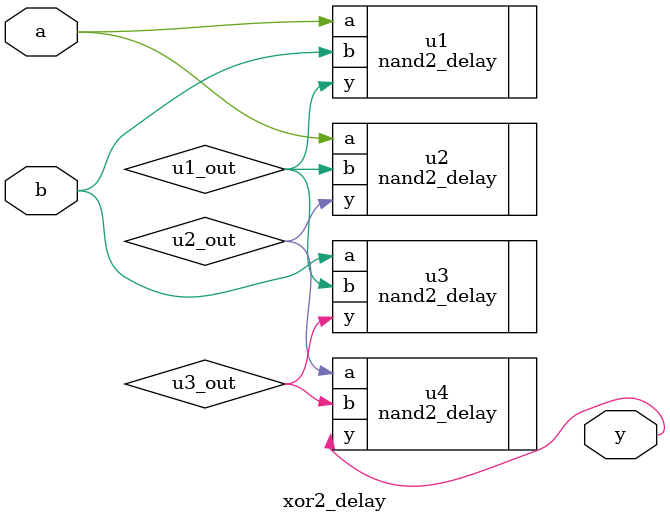
<source format=sv>

module xor2_delay ( 
	input logic a,   // First input 
	input logic b,   // Second input 
	output logic y   // Output 
	); 

logic u1_out, u2_out, u3_out;

nand2_delay u1 (.a(a), .b(b), .y(u1_out));

nand2_delay u2 (.a(a), .b(u1_out), .y(u2_out));

nand2_delay u3 (.a(b), .b(u1_out), .y(u3_out));

nand2_delay u4 (.a(u2_out), .b(u3_out), .y(y));

endmodule
</source>
